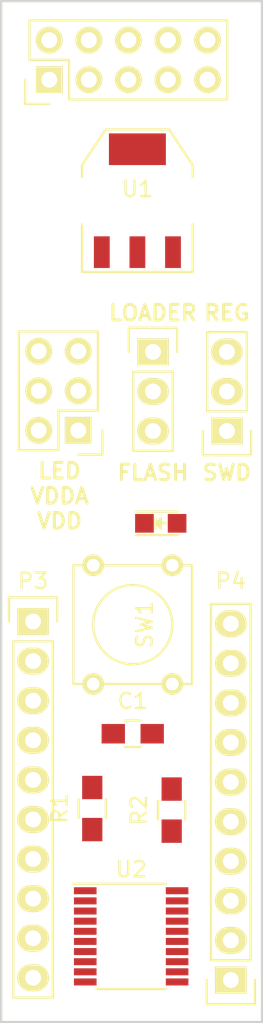
<source format=kicad_pcb>
(kicad_pcb (version 4) (host pcbnew no-vcs-found-product)

  (general
    (links 49)
    (no_connects 49)
    (area 144.174999 91.924999 161.075001 157.575001)
    (thickness 1.6)
    (drawings 9)
    (tracks 0)
    (zones 0)
    (modules 13)
    (nets 29)
  )

  (page A4)
  (layers
    (0 F.Cu signal)
    (31 B.Cu signal)
    (32 B.Adhes user)
    (33 F.Adhes user)
    (34 B.Paste user)
    (35 F.Paste user)
    (36 B.SilkS user)
    (37 F.SilkS user)
    (38 B.Mask user)
    (39 F.Mask user)
    (40 Dwgs.User user)
    (41 Cmts.User user)
    (42 Eco1.User user)
    (43 Eco2.User user)
    (44 Edge.Cuts user)
    (45 Margin user)
    (46 B.CrtYd user)
    (47 F.CrtYd user)
    (48 B.Fab user)
    (49 F.Fab user hide)
  )

  (setup
    (last_trace_width 0.25)
    (trace_clearance 0.2)
    (zone_clearance 0.508)
    (zone_45_only no)
    (trace_min 0.2)
    (segment_width 0.2)
    (edge_width 0.15)
    (via_size 0.6)
    (via_drill 0.4)
    (via_min_size 0.4)
    (via_min_drill 0.3)
    (uvia_size 0.3)
    (uvia_drill 0.1)
    (uvias_allowed no)
    (uvia_min_size 0.2)
    (uvia_min_drill 0.1)
    (pcb_text_width 0.3)
    (pcb_text_size 1.5 1.5)
    (mod_edge_width 0.15)
    (mod_text_size 1 1)
    (mod_text_width 0.15)
    (pad_size 1.524 1.524)
    (pad_drill 0.762)
    (pad_to_mask_clearance 0.2)
    (aux_axis_origin 0 0)
    (visible_elements FFFFFF7F)
    (pcbplotparams
      (layerselection 0x00030_80000001)
      (usegerberextensions false)
      (excludeedgelayer true)
      (linewidth 0.100000)
      (plotframeref false)
      (viasonmask false)
      (mode 1)
      (useauxorigin false)
      (hpglpennumber 1)
      (hpglpenspeed 20)
      (hpglpendiameter 15)
      (hpglpenoverlay 2)
      (psnegative false)
      (psa4output false)
      (plotreference true)
      (plotvalue true)
      (plotinvisibletext false)
      (padsonsilk false)
      (subtractmaskfromsilk false)
      (outputformat 1)
      (mirror false)
      (drillshape 1)
      (scaleselection 1)
      (outputdirectory ""))
  )

  (net 0 "")
  (net 1 NRST)
  (net 2 VSS)
  (net 3 "Net-(D1-Pad2)")
  (net 4 "Net-(P1-Pad2)")
  (net 5 VDDA)
  (net 6 "Net-(P2-Pad2)")
  (net 7 VDD)
  (net 8 PA7)
  (net 9 "Net-(P2-Pad6)")
  (net 10 BOOT0)
  (net 11 PF0)
  (net 12 PF1)
  (net 13 PA0)
  (net 14 PA1)
  (net 15 PA2)
  (net 16 PA3)
  (net 17 PA4)
  (net 18 PA5)
  (net 19 PA6)
  (net 20 PB1)
  (net 21 PA9)
  (net 22 PA10)
  (net 23 PA13)
  (net 24 PA14)
  (net 25 "Net-(P5-Pad5)")
  (net 26 SWD_3.3V)
  (net 27 SWD_5V)
  (net 28 REG_3.3V)

  (net_class Default "This is the default net class."
    (clearance 0.2)
    (trace_width 0.25)
    (via_dia 0.6)
    (via_drill 0.4)
    (uvia_dia 0.3)
    (uvia_drill 0.1)
    (add_net BOOT0)
    (add_net NRST)
    (add_net "Net-(D1-Pad2)")
    (add_net "Net-(P1-Pad2)")
    (add_net "Net-(P2-Pad2)")
    (add_net "Net-(P2-Pad6)")
    (add_net "Net-(P5-Pad5)")
    (add_net PA0)
    (add_net PA1)
    (add_net PA10)
    (add_net PA13)
    (add_net PA14)
    (add_net PA2)
    (add_net PA3)
    (add_net PA4)
    (add_net PA5)
    (add_net PA6)
    (add_net PA7)
    (add_net PA9)
    (add_net PB1)
    (add_net PF0)
    (add_net PF1)
    (add_net REG_3.3V)
    (add_net SWD_3.3V)
    (add_net SWD_5V)
    (add_net VDD)
    (add_net VDDA)
    (add_net VSS)
  )

  (module Capacitors_SMD:C_0805_HandSoldering (layer F.Cu) (tedit 541A9B8D) (tstamp 5643C184)
    (at 152.7 139)
    (descr "Capacitor SMD 0805, hand soldering")
    (tags "capacitor 0805")
    (path /56411B38)
    (attr smd)
    (fp_text reference C1 (at 0 -2.1) (layer F.SilkS)
      (effects (font (size 1 1) (thickness 0.15)))
    )
    (fp_text value 100nF (at 0 2.1) (layer F.Fab)
      (effects (font (size 1 1) (thickness 0.15)))
    )
    (fp_line (start -2.3 -1) (end 2.3 -1) (layer F.CrtYd) (width 0.05))
    (fp_line (start -2.3 1) (end 2.3 1) (layer F.CrtYd) (width 0.05))
    (fp_line (start -2.3 -1) (end -2.3 1) (layer F.CrtYd) (width 0.05))
    (fp_line (start 2.3 -1) (end 2.3 1) (layer F.CrtYd) (width 0.05))
    (fp_line (start 0.5 -0.85) (end -0.5 -0.85) (layer F.SilkS) (width 0.15))
    (fp_line (start -0.5 0.85) (end 0.5 0.85) (layer F.SilkS) (width 0.15))
    (pad 1 smd rect (at -1.25 0) (size 1.5 1.25) (layers F.Cu F.Paste F.Mask)
      (net 1 NRST))
    (pad 2 smd rect (at 1.25 0) (size 1.5 1.25) (layers F.Cu F.Paste F.Mask)
      (net 2 VSS))
    (model Capacitors_SMD.3dshapes/C_0805_HandSoldering.wrl
      (at (xyz 0 0 0))
      (scale (xyz 1 1 1))
      (rotate (xyz 0 0 0))
    )
  )

  (module LEDs:LED-0805 (layer F.Cu) (tedit 5643C798) (tstamp 5643C18A)
    (at 154.5 125.5)
    (descr "LED 0805 smd package")
    (tags "LED 0805 SMD")
    (path /56411931)
    (attr smd)
    (fp_text reference D1 (at 0 -1.75) (layer F.SilkS) hide
      (effects (font (size 1 1) (thickness 0.15)))
    )
    (fp_text value LED (at 0 1.75) (layer F.Fab)
      (effects (font (size 1 1) (thickness 0.15)))
    )
    (fp_line (start -1.6 0.75) (end 1.1 0.75) (layer F.SilkS) (width 0.15))
    (fp_line (start -1.6 -0.75) (end 1.1 -0.75) (layer F.SilkS) (width 0.15))
    (fp_line (start -0.1 0.15) (end -0.1 -0.1) (layer F.SilkS) (width 0.15))
    (fp_line (start -0.1 -0.1) (end -0.25 0.05) (layer F.SilkS) (width 0.15))
    (fp_line (start -0.35 -0.35) (end -0.35 0.35) (layer F.SilkS) (width 0.15))
    (fp_line (start 0 0) (end 0.35 0) (layer F.SilkS) (width 0.15))
    (fp_line (start -0.35 0) (end 0 -0.35) (layer F.SilkS) (width 0.15))
    (fp_line (start 0 -0.35) (end 0 0.35) (layer F.SilkS) (width 0.15))
    (fp_line (start 0 0.35) (end -0.35 0) (layer F.SilkS) (width 0.15))
    (fp_line (start 1.9 -0.95) (end 1.9 0.95) (layer F.CrtYd) (width 0.05))
    (fp_line (start 1.9 0.95) (end -1.9 0.95) (layer F.CrtYd) (width 0.05))
    (fp_line (start -1.9 0.95) (end -1.9 -0.95) (layer F.CrtYd) (width 0.05))
    (fp_line (start -1.9 -0.95) (end 1.9 -0.95) (layer F.CrtYd) (width 0.05))
    (pad 2 smd rect (at 1.04902 0 180) (size 1.19888 1.19888) (layers F.Cu F.Paste F.Mask)
      (net 3 "Net-(D1-Pad2)"))
    (pad 1 smd rect (at -1.04902 0 180) (size 1.19888 1.19888) (layers F.Cu F.Paste F.Mask)
      (net 2 VSS))
    (model LEDs.3dshapes/LED-0805.wrl
      (at (xyz 0 0 0))
      (scale (xyz 1 1 1))
      (rotate (xyz 0 0 0))
    )
  )

  (module Pin_Headers:Pin_Header_Straight_1x03 (layer F.Cu) (tedit 5643C6DD) (tstamp 5643C191)
    (at 154 114.5)
    (descr "Through hole pin header")
    (tags "pin header")
    (path /56411BCE)
    (fp_text reference P1 (at 0 -3.5) (layer F.SilkS) hide
      (effects (font (size 1 1) (thickness 0.15)))
    )
    (fp_text value BOOT (at 0.1 -3) (layer F.Fab)
      (effects (font (size 1 1) (thickness 0.15)))
    )
    (fp_line (start -1.75 -1.75) (end -1.75 6.85) (layer F.CrtYd) (width 0.05))
    (fp_line (start 1.75 -1.75) (end 1.75 6.85) (layer F.CrtYd) (width 0.05))
    (fp_line (start -1.75 -1.75) (end 1.75 -1.75) (layer F.CrtYd) (width 0.05))
    (fp_line (start -1.75 6.85) (end 1.75 6.85) (layer F.CrtYd) (width 0.05))
    (fp_line (start -1.27 1.27) (end -1.27 6.35) (layer F.SilkS) (width 0.15))
    (fp_line (start -1.27 6.35) (end 1.27 6.35) (layer F.SilkS) (width 0.15))
    (fp_line (start 1.27 6.35) (end 1.27 1.27) (layer F.SilkS) (width 0.15))
    (fp_line (start 1.55 -1.55) (end 1.55 0) (layer F.SilkS) (width 0.15))
    (fp_line (start 1.27 1.27) (end -1.27 1.27) (layer F.SilkS) (width 0.15))
    (fp_line (start -1.55 0) (end -1.55 -1.55) (layer F.SilkS) (width 0.15))
    (fp_line (start -1.55 -1.55) (end 1.55 -1.55) (layer F.SilkS) (width 0.15))
    (pad 1 thru_hole rect (at 0 0) (size 2.032 1.7272) (drill 1.016) (layers *.Cu *.Mask F.SilkS)
      (net 2 VSS))
    (pad 2 thru_hole oval (at 0 2.54) (size 2.032 1.7272) (drill 1.016) (layers *.Cu *.Mask F.SilkS)
      (net 4 "Net-(P1-Pad2)"))
    (pad 3 thru_hole oval (at 0 5.08) (size 2.032 1.7272) (drill 1.016) (layers *.Cu *.Mask F.SilkS)
      (net 5 VDDA))
    (model Pin_Headers.3dshapes/Pin_Header_Straight_1x03.wrl
      (at (xyz 0 -0.1 0))
      (scale (xyz 1 1 1))
      (rotate (xyz 0 0 90))
    )
  )

  (module Pin_Headers:Pin_Header_Straight_2x03 (layer F.Cu) (tedit 5643C6D4) (tstamp 5643C19B)
    (at 149.2 119.54 180)
    (descr "Through hole pin header")
    (tags "pin header")
    (path /5643B2CE)
    (fp_text reference P2 (at 2.2 -2.92 180) (layer F.SilkS) hide
      (effects (font (size 1 1) (thickness 0.15)))
    )
    (fp_text value CONF (at 1.2 8.08 180) (layer F.Fab)
      (effects (font (size 1 1) (thickness 0.15)))
    )
    (fp_line (start -1.27 1.27) (end -1.27 6.35) (layer F.SilkS) (width 0.15))
    (fp_line (start -1.55 -1.55) (end 0 -1.55) (layer F.SilkS) (width 0.15))
    (fp_line (start -1.75 -1.75) (end -1.75 6.85) (layer F.CrtYd) (width 0.05))
    (fp_line (start 4.3 -1.75) (end 4.3 6.85) (layer F.CrtYd) (width 0.05))
    (fp_line (start -1.75 -1.75) (end 4.3 -1.75) (layer F.CrtYd) (width 0.05))
    (fp_line (start -1.75 6.85) (end 4.3 6.85) (layer F.CrtYd) (width 0.05))
    (fp_line (start 1.27 -1.27) (end 1.27 1.27) (layer F.SilkS) (width 0.15))
    (fp_line (start 1.27 1.27) (end -1.27 1.27) (layer F.SilkS) (width 0.15))
    (fp_line (start -1.27 6.35) (end 3.81 6.35) (layer F.SilkS) (width 0.15))
    (fp_line (start 3.81 6.35) (end 3.81 1.27) (layer F.SilkS) (width 0.15))
    (fp_line (start -1.55 -1.55) (end -1.55 0) (layer F.SilkS) (width 0.15))
    (fp_line (start 3.81 -1.27) (end 1.27 -1.27) (layer F.SilkS) (width 0.15))
    (fp_line (start 3.81 1.27) (end 3.81 -1.27) (layer F.SilkS) (width 0.15))
    (pad 1 thru_hole rect (at 0 0 180) (size 1.7272 1.7272) (drill 1.016) (layers *.Cu *.Mask F.SilkS)
      (net 5 VDDA))
    (pad 2 thru_hole oval (at 2.54 0 180) (size 1.7272 1.7272) (drill 1.016) (layers *.Cu *.Mask F.SilkS)
      (net 6 "Net-(P2-Pad2)"))
    (pad 3 thru_hole oval (at 0 2.54 180) (size 1.7272 1.7272) (drill 1.016) (layers *.Cu *.Mask F.SilkS)
      (net 7 VDD))
    (pad 4 thru_hole oval (at 2.54 2.54 180) (size 1.7272 1.7272) (drill 1.016) (layers *.Cu *.Mask F.SilkS)
      (net 6 "Net-(P2-Pad2)"))
    (pad 5 thru_hole oval (at 0 5.08 180) (size 1.7272 1.7272) (drill 1.016) (layers *.Cu *.Mask F.SilkS)
      (net 8 PA7))
    (pad 6 thru_hole oval (at 2.54 5.08 180) (size 1.7272 1.7272) (drill 1.016) (layers *.Cu *.Mask F.SilkS)
      (net 9 "Net-(P2-Pad6)"))
    (model Pin_Headers.3dshapes/Pin_Header_Straight_2x03.wrl
      (at (xyz 0.05 -0.1 0))
      (scale (xyz 1 1 1))
      (rotate (xyz 0 0 90))
    )
  )

  (module Pin_Headers:Pin_Header_Straight_1x10 (layer F.Cu) (tedit 5643C417) (tstamp 5643C1A9)
    (at 146.3 131.8)
    (descr "Through hole pin header")
    (tags "pin header")
    (path /56412353)
    (fp_text reference P3 (at 0 -2.6) (layer F.SilkS)
      (effects (font (size 1 1) (thickness 0.15)))
    )
    (fp_text value LEFT_PINOUT (at 0 -3.1) (layer F.Fab) hide
      (effects (font (size 1 1) (thickness 0.15)))
    )
    (fp_line (start -1.75 -1.75) (end -1.75 24.65) (layer F.CrtYd) (width 0.05))
    (fp_line (start 1.75 -1.75) (end 1.75 24.65) (layer F.CrtYd) (width 0.05))
    (fp_line (start -1.75 -1.75) (end 1.75 -1.75) (layer F.CrtYd) (width 0.05))
    (fp_line (start -1.75 24.65) (end 1.75 24.65) (layer F.CrtYd) (width 0.05))
    (fp_line (start 1.27 1.27) (end 1.27 24.13) (layer F.SilkS) (width 0.15))
    (fp_line (start 1.27 24.13) (end -1.27 24.13) (layer F.SilkS) (width 0.15))
    (fp_line (start -1.27 24.13) (end -1.27 1.27) (layer F.SilkS) (width 0.15))
    (fp_line (start 1.55 -1.55) (end 1.55 0) (layer F.SilkS) (width 0.15))
    (fp_line (start 1.27 1.27) (end -1.27 1.27) (layer F.SilkS) (width 0.15))
    (fp_line (start -1.55 0) (end -1.55 -1.55) (layer F.SilkS) (width 0.15))
    (fp_line (start -1.55 -1.55) (end 1.55 -1.55) (layer F.SilkS) (width 0.15))
    (pad 1 thru_hole rect (at 0 0) (size 2.032 1.7272) (drill 1.016) (layers *.Cu *.Mask F.SilkS)
      (net 10 BOOT0))
    (pad 2 thru_hole oval (at 0 2.54) (size 2.032 1.7272) (drill 1.016) (layers *.Cu *.Mask F.SilkS)
      (net 11 PF0))
    (pad 3 thru_hole oval (at 0 5.08) (size 2.032 1.7272) (drill 1.016) (layers *.Cu *.Mask F.SilkS)
      (net 12 PF1))
    (pad 4 thru_hole oval (at 0 7.62) (size 2.032 1.7272) (drill 1.016) (layers *.Cu *.Mask F.SilkS)
      (net 1 NRST))
    (pad 5 thru_hole oval (at 0 10.16) (size 2.032 1.7272) (drill 1.016) (layers *.Cu *.Mask F.SilkS)
      (net 5 VDDA))
    (pad 6 thru_hole oval (at 0 12.7) (size 2.032 1.7272) (drill 1.016) (layers *.Cu *.Mask F.SilkS)
      (net 13 PA0))
    (pad 7 thru_hole oval (at 0 15.24) (size 2.032 1.7272) (drill 1.016) (layers *.Cu *.Mask F.SilkS)
      (net 14 PA1))
    (pad 8 thru_hole oval (at 0 17.78) (size 2.032 1.7272) (drill 1.016) (layers *.Cu *.Mask F.SilkS)
      (net 15 PA2))
    (pad 9 thru_hole oval (at 0 20.32) (size 2.032 1.7272) (drill 1.016) (layers *.Cu *.Mask F.SilkS)
      (net 16 PA3))
    (pad 10 thru_hole oval (at 0 22.86) (size 2.032 1.7272) (drill 1.016) (layers *.Cu *.Mask F.SilkS)
      (net 17 PA4))
    (model Pin_Headers.3dshapes/Pin_Header_Straight_1x10.wrl
      (at (xyz 0 -0.45 0))
      (scale (xyz 1 1 1))
      (rotate (xyz 0 0 90))
    )
  )

  (module Pin_Headers:Pin_Header_Straight_1x10 (layer F.Cu) (tedit 5643C402) (tstamp 5643C1B7)
    (at 159 154.8 180)
    (descr "Through hole pin header")
    (tags "pin header")
    (path /56412488)
    (fp_text reference P4 (at 0 25.6 180) (layer F.SilkS)
      (effects (font (size 1 1) (thickness 0.15)))
    )
    (fp_text value RIGHT_PINOUT (at 0 -3.1 180) (layer F.Fab) hide
      (effects (font (size 1 1) (thickness 0.15)))
    )
    (fp_line (start -1.75 -1.75) (end -1.75 24.65) (layer F.CrtYd) (width 0.05))
    (fp_line (start 1.75 -1.75) (end 1.75 24.65) (layer F.CrtYd) (width 0.05))
    (fp_line (start -1.75 -1.75) (end 1.75 -1.75) (layer F.CrtYd) (width 0.05))
    (fp_line (start -1.75 24.65) (end 1.75 24.65) (layer F.CrtYd) (width 0.05))
    (fp_line (start 1.27 1.27) (end 1.27 24.13) (layer F.SilkS) (width 0.15))
    (fp_line (start 1.27 24.13) (end -1.27 24.13) (layer F.SilkS) (width 0.15))
    (fp_line (start -1.27 24.13) (end -1.27 1.27) (layer F.SilkS) (width 0.15))
    (fp_line (start 1.55 -1.55) (end 1.55 0) (layer F.SilkS) (width 0.15))
    (fp_line (start 1.27 1.27) (end -1.27 1.27) (layer F.SilkS) (width 0.15))
    (fp_line (start -1.55 0) (end -1.55 -1.55) (layer F.SilkS) (width 0.15))
    (fp_line (start -1.55 -1.55) (end 1.55 -1.55) (layer F.SilkS) (width 0.15))
    (pad 1 thru_hole rect (at 0 0 180) (size 2.032 1.7272) (drill 1.016) (layers *.Cu *.Mask F.SilkS)
      (net 18 PA5))
    (pad 2 thru_hole oval (at 0 2.54 180) (size 2.032 1.7272) (drill 1.016) (layers *.Cu *.Mask F.SilkS)
      (net 19 PA6))
    (pad 3 thru_hole oval (at 0 5.08 180) (size 2.032 1.7272) (drill 1.016) (layers *.Cu *.Mask F.SilkS)
      (net 8 PA7))
    (pad 4 thru_hole oval (at 0 7.62 180) (size 2.032 1.7272) (drill 1.016) (layers *.Cu *.Mask F.SilkS)
      (net 20 PB1))
    (pad 5 thru_hole oval (at 0 10.16 180) (size 2.032 1.7272) (drill 1.016) (layers *.Cu *.Mask F.SilkS)
      (net 2 VSS))
    (pad 6 thru_hole oval (at 0 12.7 180) (size 2.032 1.7272) (drill 1.016) (layers *.Cu *.Mask F.SilkS)
      (net 7 VDD))
    (pad 7 thru_hole oval (at 0 15.24 180) (size 2.032 1.7272) (drill 1.016) (layers *.Cu *.Mask F.SilkS)
      (net 21 PA9))
    (pad 8 thru_hole oval (at 0 17.78 180) (size 2.032 1.7272) (drill 1.016) (layers *.Cu *.Mask F.SilkS)
      (net 22 PA10))
    (pad 9 thru_hole oval (at 0 20.32 180) (size 2.032 1.7272) (drill 1.016) (layers *.Cu *.Mask F.SilkS)
      (net 23 PA13))
    (pad 10 thru_hole oval (at 0 22.86 180) (size 2.032 1.7272) (drill 1.016) (layers *.Cu *.Mask F.SilkS)
      (net 24 PA14))
    (model Pin_Headers.3dshapes/Pin_Header_Straight_1x10.wrl
      (at (xyz 0 -0.45 0))
      (scale (xyz 1 1 1))
      (rotate (xyz 0 0 90))
    )
  )

  (module Pin_Headers:Pin_Header_Straight_2x05 (layer F.Cu) (tedit 5643C627) (tstamp 5643C1C5)
    (at 147.34 97.04 90)
    (descr "Through hole pin header")
    (tags "pin header")
    (path /56412021)
    (fp_text reference P5 (at 0 -5.1 90) (layer F.SilkS) hide
      (effects (font (size 1 1) (thickness 0.15)))
    )
    (fp_text value SWD (at -2.76 4.78 180) (layer F.Fab)
      (effects (font (size 1 1) (thickness 0.15)))
    )
    (fp_line (start -1.75 -1.75) (end -1.75 11.95) (layer F.CrtYd) (width 0.05))
    (fp_line (start 4.3 -1.75) (end 4.3 11.95) (layer F.CrtYd) (width 0.05))
    (fp_line (start -1.75 -1.75) (end 4.3 -1.75) (layer F.CrtYd) (width 0.05))
    (fp_line (start -1.75 11.95) (end 4.3 11.95) (layer F.CrtYd) (width 0.05))
    (fp_line (start 3.81 -1.27) (end 3.81 11.43) (layer F.SilkS) (width 0.15))
    (fp_line (start 3.81 11.43) (end -1.27 11.43) (layer F.SilkS) (width 0.15))
    (fp_line (start -1.27 11.43) (end -1.27 1.27) (layer F.SilkS) (width 0.15))
    (fp_line (start 3.81 -1.27) (end 1.27 -1.27) (layer F.SilkS) (width 0.15))
    (fp_line (start 0 -1.55) (end -1.55 -1.55) (layer F.SilkS) (width 0.15))
    (fp_line (start 1.27 -1.27) (end 1.27 1.27) (layer F.SilkS) (width 0.15))
    (fp_line (start 1.27 1.27) (end -1.27 1.27) (layer F.SilkS) (width 0.15))
    (fp_line (start -1.55 -1.55) (end -1.55 0) (layer F.SilkS) (width 0.15))
    (pad 1 thru_hole rect (at 0 0 90) (size 1.7272 1.7272) (drill 1.016) (layers *.Cu *.Mask F.SilkS)
      (net 2 VSS))
    (pad 2 thru_hole oval (at 2.54 0 90) (size 1.7272 1.7272) (drill 1.016) (layers *.Cu *.Mask F.SilkS)
      (net 24 PA14))
    (pad 3 thru_hole oval (at 0 2.54 90) (size 1.7272 1.7272) (drill 1.016) (layers *.Cu *.Mask F.SilkS)
      (net 2 VSS))
    (pad 4 thru_hole oval (at 2.54 2.54 90) (size 1.7272 1.7272) (drill 1.016) (layers *.Cu *.Mask F.SilkS)
      (net 2 VSS))
    (pad 5 thru_hole oval (at 0 5.08 90) (size 1.7272 1.7272) (drill 1.016) (layers *.Cu *.Mask F.SilkS)
      (net 25 "Net-(P5-Pad5)"))
    (pad 6 thru_hole oval (at 2.54 5.08 90) (size 1.7272 1.7272) (drill 1.016) (layers *.Cu *.Mask F.SilkS)
      (net 23 PA13))
    (pad 7 thru_hole oval (at 0 7.62 90) (size 1.7272 1.7272) (drill 1.016) (layers *.Cu *.Mask F.SilkS)
      (net 26 SWD_3.3V))
    (pad 8 thru_hole oval (at 2.54 7.62 90) (size 1.7272 1.7272) (drill 1.016) (layers *.Cu *.Mask F.SilkS)
      (net 26 SWD_3.3V))
    (pad 9 thru_hole oval (at 0 10.16 90) (size 1.7272 1.7272) (drill 1.016) (layers *.Cu *.Mask F.SilkS)
      (net 27 SWD_5V))
    (pad 10 thru_hole oval (at 2.54 10.16 90) (size 1.7272 1.7272) (drill 1.016) (layers *.Cu *.Mask F.SilkS)
      (net 27 SWD_5V))
    (model Pin_Headers.3dshapes/Pin_Header_Straight_2x05.wrl
      (at (xyz 0.05 -0.2 0))
      (scale (xyz 1 1 1))
      (rotate (xyz 0 0 90))
    )
  )

  (module Pin_Headers:Pin_Header_Straight_1x03 (layer F.Cu) (tedit 5643C6CD) (tstamp 5643C1CC)
    (at 158.75 119.58 180)
    (descr "Through hole pin header")
    (tags "pin header")
    (path /5643CB9F)
    (fp_text reference P6 (at 0 -2.92 180) (layer F.SilkS) hide
      (effects (font (size 1 1) (thickness 0.15)))
    )
    (fp_text value VCC (at 0 8.08 180) (layer F.Fab)
      (effects (font (size 1 1) (thickness 0.15)))
    )
    (fp_line (start -1.75 -1.75) (end -1.75 6.85) (layer F.CrtYd) (width 0.05))
    (fp_line (start 1.75 -1.75) (end 1.75 6.85) (layer F.CrtYd) (width 0.05))
    (fp_line (start -1.75 -1.75) (end 1.75 -1.75) (layer F.CrtYd) (width 0.05))
    (fp_line (start -1.75 6.85) (end 1.75 6.85) (layer F.CrtYd) (width 0.05))
    (fp_line (start -1.27 1.27) (end -1.27 6.35) (layer F.SilkS) (width 0.15))
    (fp_line (start -1.27 6.35) (end 1.27 6.35) (layer F.SilkS) (width 0.15))
    (fp_line (start 1.27 6.35) (end 1.27 1.27) (layer F.SilkS) (width 0.15))
    (fp_line (start 1.55 -1.55) (end 1.55 0) (layer F.SilkS) (width 0.15))
    (fp_line (start 1.27 1.27) (end -1.27 1.27) (layer F.SilkS) (width 0.15))
    (fp_line (start -1.55 0) (end -1.55 -1.55) (layer F.SilkS) (width 0.15))
    (fp_line (start -1.55 -1.55) (end 1.55 -1.55) (layer F.SilkS) (width 0.15))
    (pad 1 thru_hole rect (at 0 0 180) (size 2.032 1.7272) (drill 1.016) (layers *.Cu *.Mask F.SilkS)
      (net 26 SWD_3.3V))
    (pad 2 thru_hole oval (at 0 2.54 180) (size 2.032 1.7272) (drill 1.016) (layers *.Cu *.Mask F.SilkS)
      (net 6 "Net-(P2-Pad2)"))
    (pad 3 thru_hole oval (at 0 5.08 180) (size 2.032 1.7272) (drill 1.016) (layers *.Cu *.Mask F.SilkS)
      (net 28 REG_3.3V))
    (model Pin_Headers.3dshapes/Pin_Header_Straight_1x03.wrl
      (at (xyz 0 -0.1 0))
      (scale (xyz 1 1 1))
      (rotate (xyz 0 0 90))
    )
  )

  (module Resistors_SMD:R_0805_HandSoldering (layer F.Cu) (tedit 54189DEE) (tstamp 5643C1D2)
    (at 150.1 143.8 90)
    (descr "Resistor SMD 0805, hand soldering")
    (tags "resistor 0805")
    (path /56411C80)
    (attr smd)
    (fp_text reference R1 (at 0 -2.1 90) (layer F.SilkS)
      (effects (font (size 1 1) (thickness 0.15)))
    )
    (fp_text value 10K (at 0 2.1 90) (layer F.Fab)
      (effects (font (size 1 1) (thickness 0.15)))
    )
    (fp_line (start -2.4 -1) (end 2.4 -1) (layer F.CrtYd) (width 0.05))
    (fp_line (start -2.4 1) (end 2.4 1) (layer F.CrtYd) (width 0.05))
    (fp_line (start -2.4 -1) (end -2.4 1) (layer F.CrtYd) (width 0.05))
    (fp_line (start 2.4 -1) (end 2.4 1) (layer F.CrtYd) (width 0.05))
    (fp_line (start 0.6 0.875) (end -0.6 0.875) (layer F.SilkS) (width 0.15))
    (fp_line (start -0.6 -0.875) (end 0.6 -0.875) (layer F.SilkS) (width 0.15))
    (pad 1 smd rect (at -1.35 0 90) (size 1.5 1.3) (layers F.Cu F.Paste F.Mask)
      (net 10 BOOT0))
    (pad 2 smd rect (at 1.35 0 90) (size 1.5 1.3) (layers F.Cu F.Paste F.Mask)
      (net 4 "Net-(P1-Pad2)"))
    (model Resistors_SMD.3dshapes/R_0805_HandSoldering.wrl
      (at (xyz 0 0 0))
      (scale (xyz 1 1 1))
      (rotate (xyz 0 0 0))
    )
  )

  (module Resistors_SMD:R_0805_HandSoldering (layer F.Cu) (tedit 54189DEE) (tstamp 5643C1D8)
    (at 155.2 143.9 90)
    (descr "Resistor SMD 0805, hand soldering")
    (tags "resistor 0805")
    (path /564393A4)
    (attr smd)
    (fp_text reference R2 (at 0 -2.1 90) (layer F.SilkS)
      (effects (font (size 1 1) (thickness 0.15)))
    )
    (fp_text value R (at 0 2.1 90) (layer F.Fab)
      (effects (font (size 1 1) (thickness 0.15)))
    )
    (fp_line (start -2.4 -1) (end 2.4 -1) (layer F.CrtYd) (width 0.05))
    (fp_line (start -2.4 1) (end 2.4 1) (layer F.CrtYd) (width 0.05))
    (fp_line (start -2.4 -1) (end -2.4 1) (layer F.CrtYd) (width 0.05))
    (fp_line (start 2.4 -1) (end 2.4 1) (layer F.CrtYd) (width 0.05))
    (fp_line (start 0.6 0.875) (end -0.6 0.875) (layer F.SilkS) (width 0.15))
    (fp_line (start -0.6 -0.875) (end 0.6 -0.875) (layer F.SilkS) (width 0.15))
    (pad 1 smd rect (at -1.35 0 90) (size 1.5 1.3) (layers F.Cu F.Paste F.Mask)
      (net 3 "Net-(D1-Pad2)"))
    (pad 2 smd rect (at 1.35 0 90) (size 1.5 1.3) (layers F.Cu F.Paste F.Mask)
      (net 9 "Net-(P2-Pad6)"))
    (model Resistors_SMD.3dshapes/R_0805_HandSoldering.wrl
      (at (xyz 0 0 0))
      (scale (xyz 1 1 1))
      (rotate (xyz 0 0 0))
    )
  )

  (module Buttons_Switches_ThroughHole:SW_PUSH_SMALL (layer F.Cu) (tedit 0) (tstamp 5643C1E0)
    (at 152.7 132 270)
    (path /56411A8C)
    (fp_text reference SW1 (at 0 -0.762 270) (layer F.SilkS)
      (effects (font (size 1 1) (thickness 0.15)))
    )
    (fp_text value RESET (at 0 1.016 270) (layer F.Fab)
      (effects (font (size 1 1) (thickness 0.15)))
    )
    (fp_circle (center 0 0) (end 0 -2.54) (layer F.SilkS) (width 0.15))
    (fp_line (start -3.81 -3.81) (end 3.81 -3.81) (layer F.SilkS) (width 0.15))
    (fp_line (start 3.81 -3.81) (end 3.81 3.81) (layer F.SilkS) (width 0.15))
    (fp_line (start 3.81 3.81) (end -3.81 3.81) (layer F.SilkS) (width 0.15))
    (fp_line (start -3.81 -3.81) (end -3.81 3.81) (layer F.SilkS) (width 0.15))
    (pad 1 thru_hole circle (at 3.81 -2.54 270) (size 1.397 1.397) (drill 0.8128) (layers *.Cu *.Mask F.SilkS)
      (net 2 VSS))
    (pad 2 thru_hole circle (at 3.81 2.54 270) (size 1.397 1.397) (drill 0.8128) (layers *.Cu *.Mask F.SilkS)
      (net 1 NRST))
    (pad 1 thru_hole circle (at -3.81 -2.54 270) (size 1.397 1.397) (drill 0.8128) (layers *.Cu *.Mask F.SilkS)
      (net 2 VSS))
    (pad 2 thru_hole circle (at -3.81 2.54 270) (size 1.397 1.397) (drill 0.8128) (layers *.Cu *.Mask F.SilkS)
      (net 1 NRST))
  )

  (module TO_SOT_Packages_SMD:SOT-223 (layer F.Cu) (tedit 0) (tstamp 5643C1E8)
    (at 153 104.802)
    (descr "module CMS SOT223 4 pins")
    (tags "CMS SOT")
    (path /5643BBA1)
    (attr smd)
    (fp_text reference U1 (at 0 -0.762) (layer F.SilkS)
      (effects (font (size 1 1) (thickness 0.15)))
    )
    (fp_text value AP1117D33 (at 0 0.762) (layer F.Fab)
      (effects (font (size 1 1) (thickness 0.15)))
    )
    (fp_line (start -3.556 1.524) (end -3.556 4.572) (layer F.SilkS) (width 0.15))
    (fp_line (start -3.556 4.572) (end 3.556 4.572) (layer F.SilkS) (width 0.15))
    (fp_line (start 3.556 4.572) (end 3.556 1.524) (layer F.SilkS) (width 0.15))
    (fp_line (start -3.556 -1.524) (end -3.556 -2.286) (layer F.SilkS) (width 0.15))
    (fp_line (start -3.556 -2.286) (end -2.032 -4.572) (layer F.SilkS) (width 0.15))
    (fp_line (start -2.032 -4.572) (end 2.032 -4.572) (layer F.SilkS) (width 0.15))
    (fp_line (start 2.032 -4.572) (end 3.556 -2.286) (layer F.SilkS) (width 0.15))
    (fp_line (start 3.556 -2.286) (end 3.556 -1.524) (layer F.SilkS) (width 0.15))
    (pad 4 smd rect (at 0 -3.302) (size 3.6576 2.032) (layers F.Cu F.Paste F.Mask))
    (pad 2 smd rect (at 0 3.302) (size 1.016 2.032) (layers F.Cu F.Paste F.Mask)
      (net 28 REG_3.3V))
    (pad 3 smd rect (at 2.286 3.302) (size 1.016 2.032) (layers F.Cu F.Paste F.Mask)
      (net 27 SWD_5V))
    (pad 1 smd rect (at -2.286 3.302) (size 1.016 2.032) (layers F.Cu F.Paste F.Mask)
      (net 2 VSS))
    (model TO_SOT_Packages_SMD.3dshapes/SOT-223.wrl
      (at (xyz 0 0 0))
      (scale (xyz 0.4 0.4 0.4))
      (rotate (xyz 0 0 0))
    )
  )

  (module Housings_SSOP:TSSOP-20_4.4x6.5mm_Pitch0.65mm (layer F.Cu) (tedit 54130A77) (tstamp 5643C200)
    (at 152.6 152)
    (descr "20-Lead Plastic Thin Shrink Small Outline (ST)-4.4 mm Body [TSSOP] (see Microchip Packaging Specification 00000049BS.pdf)")
    (tags "SSOP 0.65")
    (path /5643C304)
    (attr smd)
    (fp_text reference U2 (at 0 -4.3) (layer F.SilkS)
      (effects (font (size 1 1) (thickness 0.15)))
    )
    (fp_text value STM32F030F4 (at 0 4.3) (layer F.Fab)
      (effects (font (size 1 1) (thickness 0.15)))
    )
    (fp_line (start -3.95 -3.55) (end -3.95 3.55) (layer F.CrtYd) (width 0.05))
    (fp_line (start 3.95 -3.55) (end 3.95 3.55) (layer F.CrtYd) (width 0.05))
    (fp_line (start -3.95 -3.55) (end 3.95 -3.55) (layer F.CrtYd) (width 0.05))
    (fp_line (start -3.95 3.55) (end 3.95 3.55) (layer F.CrtYd) (width 0.05))
    (fp_line (start -2.225 3.375) (end 2.225 3.375) (layer F.SilkS) (width 0.15))
    (fp_line (start -3.75 -3.375) (end 2.225 -3.375) (layer F.SilkS) (width 0.15))
    (pad 1 smd rect (at -2.95 -2.925) (size 1.45 0.45) (layers F.Cu F.Paste F.Mask)
      (net 10 BOOT0))
    (pad 2 smd rect (at -2.95 -2.275) (size 1.45 0.45) (layers F.Cu F.Paste F.Mask)
      (net 11 PF0))
    (pad 3 smd rect (at -2.95 -1.625) (size 1.45 0.45) (layers F.Cu F.Paste F.Mask)
      (net 12 PF1))
    (pad 4 smd rect (at -2.95 -0.975) (size 1.45 0.45) (layers F.Cu F.Paste F.Mask)
      (net 1 NRST))
    (pad 5 smd rect (at -2.95 -0.325) (size 1.45 0.45) (layers F.Cu F.Paste F.Mask)
      (net 5 VDDA))
    (pad 6 smd rect (at -2.95 0.325) (size 1.45 0.45) (layers F.Cu F.Paste F.Mask)
      (net 13 PA0))
    (pad 7 smd rect (at -2.95 0.975) (size 1.45 0.45) (layers F.Cu F.Paste F.Mask)
      (net 14 PA1))
    (pad 8 smd rect (at -2.95 1.625) (size 1.45 0.45) (layers F.Cu F.Paste F.Mask)
      (net 15 PA2))
    (pad 9 smd rect (at -2.95 2.275) (size 1.45 0.45) (layers F.Cu F.Paste F.Mask)
      (net 16 PA3))
    (pad 10 smd rect (at -2.95 2.925) (size 1.45 0.45) (layers F.Cu F.Paste F.Mask)
      (net 17 PA4))
    (pad 11 smd rect (at 2.95 2.925) (size 1.45 0.45) (layers F.Cu F.Paste F.Mask)
      (net 18 PA5))
    (pad 12 smd rect (at 2.95 2.275) (size 1.45 0.45) (layers F.Cu F.Paste F.Mask)
      (net 19 PA6))
    (pad 13 smd rect (at 2.95 1.625) (size 1.45 0.45) (layers F.Cu F.Paste F.Mask)
      (net 8 PA7))
    (pad 14 smd rect (at 2.95 0.975) (size 1.45 0.45) (layers F.Cu F.Paste F.Mask)
      (net 20 PB1))
    (pad 15 smd rect (at 2.95 0.325) (size 1.45 0.45) (layers F.Cu F.Paste F.Mask)
      (net 2 VSS))
    (pad 16 smd rect (at 2.95 -0.325) (size 1.45 0.45) (layers F.Cu F.Paste F.Mask)
      (net 7 VDD))
    (pad 17 smd rect (at 2.95 -0.975) (size 1.45 0.45) (layers F.Cu F.Paste F.Mask)
      (net 21 PA9))
    (pad 18 smd rect (at 2.95 -1.625) (size 1.45 0.45) (layers F.Cu F.Paste F.Mask)
      (net 22 PA10))
    (pad 19 smd rect (at 2.95 -2.275) (size 1.45 0.45) (layers F.Cu F.Paste F.Mask)
      (net 23 PA13))
    (pad 20 smd rect (at 2.95 -2.925) (size 1.45 0.45) (layers F.Cu F.Paste F.Mask)
      (net 24 PA14))
    (model Housings_SSOP.3dshapes/TSSOP-20_4.4x6.5mm_Pitch0.65mm.wrl
      (at (xyz 0 0 0))
      (scale (xyz 1 1 1))
      (rotate (xyz 0 0 0))
    )
  )

  (gr_text "LED\nVDDA\nVDD" (at 148 123.75) (layer F.SilkS)
    (effects (font (size 1 1) (thickness 0.2)))
  )
  (gr_text FLASH (at 154 122.25) (layer F.SilkS)
    (effects (font (size 1 1) (thickness 0.2)))
  )
  (gr_text LOADER (at 154 112) (layer F.SilkS)
    (effects (font (size 1 1) (thickness 0.2)))
  )
  (gr_text SWD (at 158.75 122.25) (layer F.SilkS)
    (effects (font (size 1 1) (thickness 0.2)))
  )
  (gr_text REG (at 158.75 112 360) (layer F.SilkS)
    (effects (font (size 1 1) (thickness 0.2)))
  )
  (gr_line (start 161 157.5) (end 144.25 157.5) (layer Edge.Cuts) (width 0.15))
  (gr_line (start 161 92) (end 161 157.5) (layer Edge.Cuts) (width 0.15))
  (gr_line (start 144.25 92) (end 161 92) (layer Edge.Cuts) (width 0.15))
  (gr_line (start 144.25 157.5) (end 144.25 92) (layer Edge.Cuts) (width 0.15))

)

</source>
